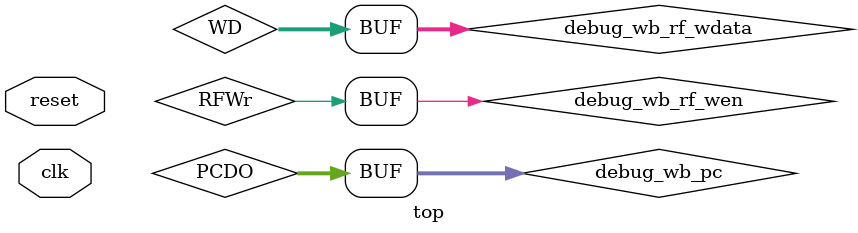
<source format=v>
`timescale 1ns / 1ps

module top(
    input clk,
    input reset
    );



wire [31:0] NPCDO,PCDO,RD1,RD2,PC4,ALUDO,DMDO,EXTDO,WD;

wire [25:0] IM2500;

wire [15:0] IM1500;

wire [5:0] IM3126,IM0500;

wire [4:0] IM2521,IM2016,IM1511,a3;

wire [3:0] ALUOp;

wire [1:0] NPCOp,WRSel,WDSel;

wire RFWr,ASel,BSel,Zero,EXTOp,MemWrite;
//debug signals
wire [31:0] debug_wb_pc;
wire debug_wb_rf_wen;
wire [4:0] debug_wb_rf_wnum;
wire[31:0] debug_wb_rf_wdata;
wire[31:0] debug_ALU_A,debug_ALU_B;

assign debug_wb_pc = PCDO;
assign debug_wb_rf_wen = RFWr;
assign debug_wb_rf_wnum = a3;
assign debug_wb_rf_wdata = WD;

CtrlUnit CtrlUnit(.Op(IM3126),
                  .Func(IM0500),
                  .Zero(Zero),
                  .DMWr(MemWrite),
                  .BSel(BSel),
                  .ASel(ASel),
                  .EXTOp(EXTOp),
                  .RFWr(RFWr),
                  .NPCOp(NPCOp),
                  .WRSel(WRSel),
                  .WDSel(WDSel),
                  .ALUOp(ALUOp),
                  .reset(reset)
                  );
PC PC(.clk(clk),.reset(reset),.di(NPCDO),.addr(PCDO));
NPC NPC(.clk(clk),.reset(reset),.PC(PCDO),.IMM(IM2500),.RD1(RD1),.NPCOp(NPCOp),.NPC(NPCDO),
        .PC4(PC4));
IMEM IMEM(.clk(clk),
          .Address(PCDO),
          .IM2521(IM2521),
          .IM2016(IM2016),
          .IM1511(IM1511),
          .IM2500(IM2500),
          .IM1500(IM1500),
          .IM3126(IM3126),
          .IM0500(IM0500));
RF RF(.clk(clk),
      .reset(reset),
      .a1(IM2521),
      .a2(IM2016),
      .a3(a3),
      .rd(IM1511),
      .rt(IM2016),
      .ALU(ALUDO),
      .RD(DMDO),
      .PC4(PC4),
      .RFWr(RFWr),
      .WRSel(WRSel),
      .WDSel(WDSel),
      .rd1(RD1),
      .rd2(RD2),
      .wd(WD));
ALU ALU(.ALUOp(ALUOp),
        .RD1(RD1),
        .RD2(RD2),
        .Ext(EXTDO),
        .ASel(ASel),
        .BSel(BSel),
        .Zero(Zero),
        .C(ALUDO),
        .A(debug_ALU_A),
        .B(debug_ALU_B));
EXT EXT(.IMM(IM1500),
        .EXTOp(EXTOp),
        .ExtIMM(EXTDO));
DATAMEM DATAMEM(.address(ALUDO),
                .WriteData(RD2),
                .MemWrite(MemWrite),
                .clk(clk),
                .ReadData(DMDO));
endmodule

</source>
